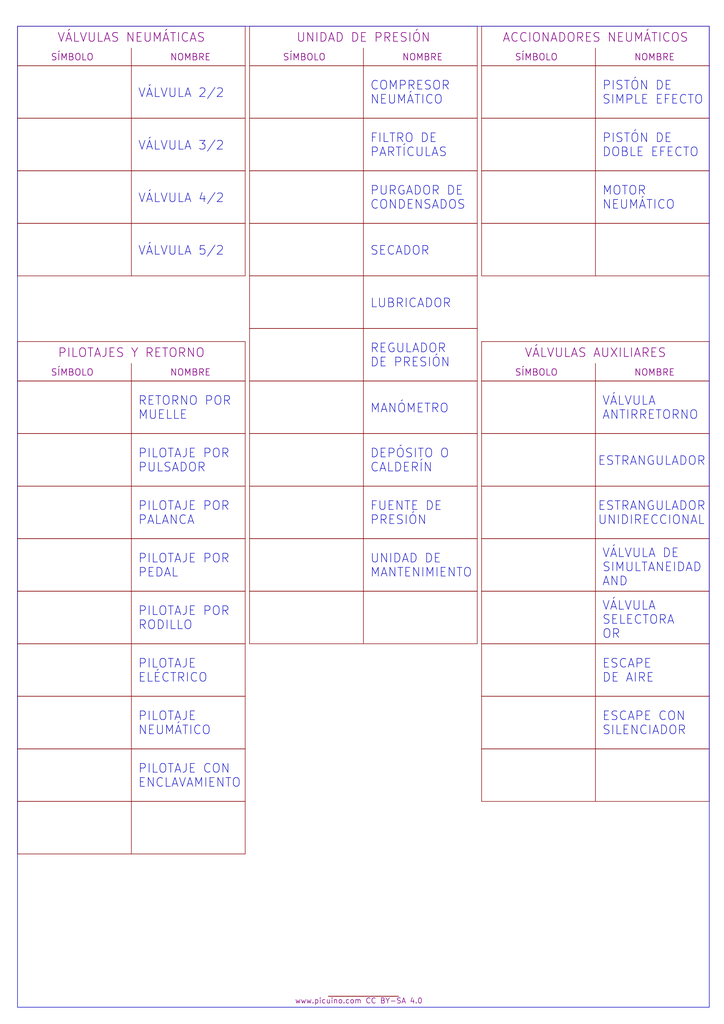
<source format=kicad_sch>
(kicad_sch (version 20230121) (generator eeschema)
  (paper "A4" portrait)
  (title_block (title "Símbolos neumáticos.") (date "20/05/2022") (company "www.picuino.com") (comment 1 "Copyright (c) 2022 by Carlos Pardo") (comment 2 "License CC BY-SA 4.0"))
  (lib_symbols
    (symbol "neumatic-simbolos-nombres-rescue:CopyRight-simbolos-simbolos" (pin_names (offset 1.016))
      (property "License" "CC BY-SA 4.0" (at -1.27 -1.27 0))
      (property "Web" "www.picuino.com" (at 0 -1.27 0))
      (symbol "CopyRight-simbolos-simbolos_0_1"
        (polyline (pts (xy -10.16 0) (xy 10.16 0)) (stroke (width 0.2032)))
      )
    )
    (symbol "neumatic-simbolos-nombres-rescue:Marco_1-simbolos" (pin_names (offset 1.016))
      (symbol "Marco_1-simbolos_0_1"
        (polyline (pts (xy 0 -15.24) (xy 0 0)))
        (polyline (pts (xy 0 -15.24) (xy 66.04 -15.24)))
        (polyline (pts (xy 0 0) (xy 66.04 0)))
        (polyline (pts (xy 33.02 0) (xy 33.02 -15.24)))
        (polyline (pts (xy 66.04 0) (xy 66.04 -15.24)))
      )
    )
    (symbol "neumatic-simbolos-nombres-rescue:Marco_2-simbolos" (pin_names (offset 1.016))
      (property "Field4" "TIPO" (at 33.02 -4.445 0))
      (property "Field5" "SÍMBOLO" (at 11.43 -11.43 0))
      (property "Field7" "NOMBRE" (at 48.26 -11.43 0))
      (symbol "Marco_2-simbolos_0_1"
        (polyline (pts (xy 0 -12.7) (xy 0 -1.27)))
        (polyline (pts (xy 0 -1.27) (xy 66.04 -1.27)))
        (polyline (pts (xy 33.02 -12.7) (xy 0 -12.7)))
        (polyline (pts (xy 33.02 -12.7) (xy 66.04 -12.7)))
        (polyline (pts (xy 33.02 -7.62) (xy 33.02 -12.7)))
        (polyline (pts (xy 66.04 -1.27) (xy 66.04 -12.7)))
      )
    )
  )
  (polyline (pts (xy 205.74 292.1) (xy 205.74 7.62)))
  (polyline (pts (xy 5.08 292.1) (xy 205.74 292.1)))
  (polyline (pts (xy 5.08 7.62) (xy 205.74 7.62)))
  (polyline (pts (xy 5.08 292.1) (xy 5.08 7.62)))
  (text "SECADOR" (at 107.315 74.295 0) (effects (font (size 2.54 2.54)) (justify left bottom)))
  (text "PISTÓN DE \nSIMPLE EFECTO" (at 174.625 30.48 0) (effects (font (size 2.54 2.54)) (justify left bottom)))
  (text "ESCAPE CON\nSILENCIADOR" (at 174.625 213.36 0) (effects (font (size 2.54 2.54)) (justify left bottom)))
  (text "PILOTAJE POR\nPALANCA" (at 40.005 152.4 0) (effects (font (size 2.54 2.54)) (justify left bottom)))
  (text "VÁLVULA 4/2" (at 40.005 59.055 0) (effects (font (size 2.54 2.54)) (justify left bottom)))
  (text "RETORNO POR\nMUELLE" (at 40.005 121.92 0) (effects (font (size 2.54 2.54)) (justify left bottom)))
  (text "PILOTAJE\nNEUMÁTICO" (at 40.005 213.36 0) (effects (font (size 2.54 2.54)) (justify left bottom)))
  (text "PISTÓN DE \nDOBLE EFECTO" (at 174.625 45.72 0) (effects (font (size 2.54 2.54)) (justify left bottom)))
  (text "VÁLVULA\nSELECTORA\nOR" (at 174.625 185.42 0) (effects (font (size 2.54 2.54)) (justify left bottom)))
  (text "ESCAPE\nDE AIRE" (at 174.625 198.12 0) (effects (font (size 2.54 2.54)) (justify left bottom)))
  (text "VÁLVULA 3/2" (at 40.005 43.815 0) (effects (font (size 2.54 2.54)) (justify left bottom)))
  (text "PILOTAJE POR\nPEDAL\n" (at 40.005 167.64 0) (effects (font (size 2.54 2.54)) (justify left bottom)))
  (text "FUENTE DE\nPRESIÓN" (at 107.315 152.4 0) (effects (font (size 2.54 2.54)) (justify left bottom)))
  (text "DEPÓSITO O\nCALDERÍN" (at 107.315 137.16 0) (effects (font (size 2.54 2.54)) (justify left bottom)))
  (text "MANÓMETRO" (at 107.315 120.015 0) (effects (font (size 2.54 2.54)) (justify left bottom)))
  (text "VÁLVULA 2/2" (at 40.005 28.575 0) (effects (font (size 2.54 2.54)) (justify left bottom)))
  (text "LUBRICADOR" (at 107.315 89.535 0) (effects (font (size 2.54 2.54)) (justify left bottom)))
  (text "PILOTAJE CON\nENCLAVAMIENTO" (at 40.005 228.6 0) (effects (font (size 2.54 2.54)) (justify left bottom)))
  (text "ESTRANGULADOR" (at 173.355 135.255 0) (effects (font (size 2.54 2.54)) (justify left bottom)))
  (text "FILTRO DE\nPARTÍCULAS" (at 107.315 45.72 0) (effects (font (size 2.54 2.54)) (justify left bottom)))
  (text "REGULADOR\nDE PRESIÓN" (at 107.315 106.68 0) (effects (font (size 2.54 2.54)) (justify left bottom)))
  (text "UNIDAD DE\nMANTENIMIENTO" (at 107.315 167.64 0) (effects (font (size 2.54 2.54)) (justify left bottom)))
  (text "VÁLVULA DE\nSIMULTANEIDAD\nAND" (at 174.625 170.18 0) (effects (font (size 2.54 2.54)) (justify left bottom)))
  (text "ESTRANGULADOR\nUNIDIRECCIONAL" (at 173.355 152.4 0) (effects (font (size 2.54 2.54)) (justify left bottom)))
  (text "VÁLVULA\nANTIRRETORNO" (at 174.625 121.92 0) (effects (font (size 2.54 2.54)) (justify left bottom)))
  (text "PURGADOR DE\nCONDENSADOS" (at 107.315 60.96 0) (effects (font (size 2.54 2.54)) (justify left bottom)))
  (text "VÁLVULA 5/2" (at 40.005 74.295 0) (effects (font (size 2.54 2.54)) (justify left bottom)))
  (text "COMPRESOR\nNEUMÁTICO\n" (at 107.315 30.48 0) (effects (font (size 2.54 2.54)) (justify left bottom)))
  (text "MOTOR\nNEUMÁTICO" (at 174.625 60.96 0) (effects (font (size 2.54 2.54)) (justify left bottom)))
  (text "PILOTAJE\nELÉCTRICO" (at 40.005 198.12 0) (effects (font (size 2.54 2.54)) (justify left bottom)))
  (text "PILOTAJE POR\nRODILLO" (at 40.005 182.88 0) (effects (font (size 2.54 2.54)) (justify left bottom)))
  (text "PILOTAJE POR\nPULSADOR" (at 40.005 137.16 0) (effects (font (size 2.54 2.54)) (justify left bottom)))
  (symbol (lib_id "neumatic-simbolos-nombres-rescue:Marco_1-simbolos") (at 5.08 232.41 0) (unit 1)
    (property "Reference" "M?" (effects hide))
    (property "Value" "Marco_1" (effects hide))
  )
  (symbol (lib_id "neumatic-simbolos-nombres-rescue:Marco_1-simbolos") (at 5.08 217.17 0) (unit 1)
    (property "Reference" "M?" (effects hide))
    (property "Value" "Marco_1" (effects hide))
  )
  (symbol (lib_id "neumatic-simbolos-nombres-rescue:Marco_1-simbolos") (at 139.7 217.17 0) (unit 1)
    (property "Reference" "M?" (effects hide))
    (property "Value" "Marco_1" (effects hide))
  )
  (symbol (lib_id "neumatic-simbolos-nombres-rescue:Marco_1-simbolos") (at 139.7 186.69 0) (unit 1)
    (property "Reference" "M?" (effects hide))
    (property "Value" "Marco_1" (effects hide))
  )
  (symbol (lib_id "neumatic-simbolos-nombres-rescue:Marco_1-simbolos") (at 139.7 201.93 0) (unit 1)
    (property "Reference" "M?" (effects hide))
    (property "Value" "Marco_1" (effects hide))
  )
  (symbol (lib_id "neumatic-simbolos-nombres-rescue:Marco_1-simbolos") (at 5.08 34.29 0) (unit 1)
    (property "Reference" "M?" (effects hide))
    (property "Value" "Marco_1" (effects hide))
  )
  (symbol (lib_id "neumatic-simbolos-nombres-rescue:Marco_1-simbolos") (at 72.39 110.49 0) (unit 1)
    (property "Reference" "M?" (effects hide))
    (property "Value" "Marco_1" (effects hide))
  )
  (symbol (lib_id "neumatic-simbolos-nombres-rescue:Marco_1-simbolos") (at 139.7 19.05 0) (unit 1)
    (property "Reference" "M?" (effects hide))
    (property "Value" "Marco_1" (effects hide))
  )
  (symbol (lib_id "neumatic-simbolos-nombres-rescue:Marco_1-simbolos") (at 5.08 140.97 0) (unit 1)
    (property "Reference" "M?" (effects hide))
    (property "Value" "Marco_1" (effects hide))
  )
  (symbol (lib_id "neumatic-simbolos-nombres-rescue:Marco_2-simbolos") (at 72.39 6.35 0) (unit 1)
    (property "Reference" "M?" (effects hide))
    (property "Value" "Marco_2" (effects hide))
    (property "Field4" "UNIDAD DE PRESIÓN" (at 105.41 10.795 0) (effects (font (size 2.54 2.54))))
    (property "Field5" "SÍMBOLO" (at 88.265 16.51 0) (effects (font (size 1.905 1.905))))
    (property "Field7" "NOMBRE" (at 122.555 16.51 0) (effects (font (size 1.905 1.905))))
  )
  (symbol (lib_id "neumatic-simbolos-nombres-rescue:Marco_1-simbolos") (at 72.39 34.29 0) (unit 1)
    (property "Reference" "M?" (effects hide))
    (property "Value" "Marco_1" (effects hide))
  )
  (symbol (lib_id "neumatic-simbolos-nombres-rescue:Marco_1-simbolos") (at 139.7 156.21 0) (unit 1)
    (property "Reference" "M?" (effects hide))
    (property "Value" "Marco_1" (effects hide))
  )
  (symbol (lib_id "neumatic-simbolos-nombres-rescue:Marco_1-simbolos") (at 5.08 19.05 0) (unit 1)
    (property "Reference" "M?" (effects hide))
    (property "Value" "Marco_1" (effects hide))
  )
  (symbol (lib_id "neumatic-simbolos-nombres-rescue:Marco_1-simbolos") (at 72.39 19.05 0) (unit 1)
    (property "Reference" "M?" (effects hide))
    (property "Value" "Marco_1" (effects hide))
  )
  (symbol (lib_id "neumatic-simbolos-nombres-rescue:Marco_1-simbolos") (at 5.08 64.77 0) (unit 1)
    (property "Reference" "M?" (effects hide))
    (property "Value" "Marco_1" (effects hide))
  )
  (symbol (lib_id "neumatic-simbolos-nombres-rescue:Marco_1-simbolos") (at 139.7 34.29 0) (unit 1)
    (property "Reference" "M?" (effects hide))
    (property "Value" "Marco_1" (effects hide))
  )
  (symbol (lib_id "neumatic-simbolos-nombres-rescue:Marco_1-simbolos") (at 5.08 186.69 0) (unit 1)
    (property "Reference" "M?" (effects hide))
    (property "Value" "Marco_1" (effects hide))
  )
  (symbol (lib_id "neumatic-simbolos-nombres-rescue:Marco_1-simbolos") (at 72.39 95.25 0) (unit 1)
    (property "Reference" "M?" (effects hide))
    (property "Value" "Marco_1" (effects hide))
  )
  (symbol (lib_id "neumatic-simbolos-nombres-rescue:Marco_1-simbolos") (at 72.39 49.53 0) (unit 1)
    (property "Reference" "M?" (effects hide))
    (property "Value" "Marco_1" (effects hide))
  )
  (symbol (lib_id "neumatic-simbolos-nombres-rescue:Marco_1-simbolos") (at 72.39 80.01 0) (unit 1)
    (property "Reference" "M?" (effects hide))
    (property "Value" "Marco_1" (effects hide))
  )
  (symbol (lib_id "neumatic-simbolos-nombres-rescue:Marco_1-simbolos") (at 139.7 49.53 0) (unit 1)
    (property "Reference" "M?" (effects hide))
    (property "Value" "Marco_1" (effects hide))
  )
  (symbol (lib_id "neumatic-simbolos-nombres-rescue:Marco_1-simbolos") (at 72.39 140.97 0) (unit 1)
    (property "Reference" "M?" (effects hide))
    (property "Value" "Marco_1" (effects hide))
  )
  (symbol (lib_id "neumatic-simbolos-nombres-rescue:Marco_1-simbolos") (at 72.39 171.45 0) (unit 1)
    (property "Reference" "M?" (effects hide))
    (property "Value" "Marco_1" (effects hide))
  )
  (symbol (lib_id "neumatic-simbolos-nombres-rescue:Marco_1-simbolos") (at 72.39 156.21 0) (unit 1)
    (property "Reference" "M?" (effects hide))
    (property "Value" "Marco_1" (effects hide))
  )
  (symbol (lib_id "neumatic-simbolos-nombres-rescue:Marco_1-simbolos") (at 139.7 110.49 0) (unit 1)
    (property "Reference" "M?" (effects hide))
    (property "Value" "Marco_1" (effects hide))
  )
  (symbol (lib_id "neumatic-simbolos-nombres-rescue:Marco_2-simbolos") (at 5.08 97.79 0) (unit 1)
    (property "Reference" "M?" (effects hide))
    (property "Value" "Marco_2" (effects hide))
    (property "Field4" "PILOTAJES Y RETORNO" (at 38.1 102.235 0) (effects (font (size 2.54 2.54))))
    (property "Field5" "SÍMBOLO" (at 20.955 107.95 0) (effects (font (size 1.905 1.905))))
    (property "Field7" "NOMBRE" (at 55.245 107.95 0) (effects (font (size 1.905 1.905))))
  )
  (symbol (lib_id "neumatic-simbolos-nombres-rescue:Marco_2-simbolos") (at 139.7 97.79 0) (unit 1)
    (property "Reference" "M?" (effects hide))
    (property "Value" "Marco_2" (effects hide))
    (property "Field4" "VÁLVULAS AUXILIARES" (at 172.72 102.235 0) (effects (font (size 2.54 2.54))))
    (property "Field5" "SÍMBOLO" (at 155.575 107.95 0) (effects (font (size 1.905 1.905))))
    (property "Field7" "NOMBRE" (at 189.865 107.95 0) (effects (font (size 1.905 1.905))))
  )
  (symbol (lib_id "neumatic-simbolos-nombres-rescue:Marco_2-simbolos") (at 139.7 6.35 0) (unit 1)
    (property "Reference" "M?" (effects hide))
    (property "Value" "Marco_2" (effects hide))
    (property "Field4" "ACCIONADORES NEUMÁTICOS" (at 172.72 10.795 0) (effects (font (size 2.54 2.54))))
    (property "Field5" "SÍMBOLO" (at 155.575 16.51 0) (effects (font (size 1.905 1.905))))
    (property "Field7" "NOMBRE" (at 189.865 16.51 0) (effects (font (size 1.905 1.905))))
  )
  (symbol (lib_id "neumatic-simbolos-nombres-rescue:Marco_1-simbolos") (at 139.7 125.73 0) (unit 1)
    (property "Reference" "M?" (effects hide))
    (property "Value" "Marco_1" (effects hide))
  )
  (symbol (lib_id "neumatic-simbolos-nombres-rescue:Marco_2-simbolos") (at 5.08 6.35 0) (unit 1)
    (property "Reference" "M?" (effects hide))
    (property "Value" "Marco_2" (effects hide))
    (property "Field4" "VÁLVULAS NEUMÁTICAS" (at 38.1 10.795 0) (effects (font (size 2.54 2.54))))
    (property "Field5" "SÍMBOLO" (at 20.955 16.51 0) (effects (font (size 1.905 1.905))))
    (property "Field7" "NOMBRE" (at 55.245 16.51 0) (effects (font (size 1.905 1.905))))
  )
  (symbol (lib_id "neumatic-simbolos-nombres-rescue:Marco_1-simbolos") (at 5.08 110.49 0) (unit 1)
    (property "Reference" "M?" (effects hide))
    (property "Value" "Marco_1" (effects hide))
  )
  (symbol (lib_id "neumatic-simbolos-nombres-rescue:Marco_1-simbolos") (at 5.08 201.93 0) (unit 1)
    (property "Reference" "M?" (effects hide))
    (property "Value" "Marco_1" (effects hide))
  )
  (symbol (lib_id "neumatic-simbolos-nombres-rescue:Marco_1-simbolos") (at 72.39 125.73 0) (unit 1)
    (property "Reference" "M?" (effects hide))
    (property "Value" "Marco_1" (effects hide))
  )
  (symbol (lib_id "neumatic-simbolos-nombres-rescue:Marco_1-simbolos") (at 72.39 64.77 0) (unit 1)
    (property "Reference" "M?" (effects hide))
    (property "Value" "Marco_1" (effects hide))
  )
  (symbol (lib_id "neumatic-simbolos-nombres-rescue:Marco_1-simbolos") (at 5.08 49.53 0) (unit 1)
    (property "Reference" "M?" (effects hide))
    (property "Value" "Marco_1" (effects hide))
  )
  (symbol (lib_id "neumatic-simbolos-nombres-rescue:CopyRight-simbolos-simbolos") (at 105.41 288.925 0) (unit 1)
    (property "Reference" "CP?" (effects hide))
    (property "Value" "CopyRight-simbolos" (effects hide))
    (property "License" "CC BY-SA 4.0" (at 114.3 290.195 0) (effects (font (size 1.524 1.524))))
    (property "Web" "www.picuino.com" (at 95.25 290.195 0) (effects (font (size 1.524 1.524))))
  )
  (symbol (lib_id "neumatic-simbolos-nombres-rescue:Marco_1-simbolos") (at 139.7 140.97 0) (unit 1)
    (property "Reference" "M?" (effects hide))
    (property "Value" "Marco_1" (effects hide))
  )
  (symbol (lib_id "neumatic-simbolos-nombres-rescue:Marco_1-simbolos") (at 5.08 171.45 0) (unit 1)
    (property "Reference" "M?" (effects hide))
    (property "Value" "Marco_1" (effects hide))
  )
  (symbol (lib_id "neumatic-simbolos-nombres-rescue:Marco_1-simbolos") (at 5.08 125.73 0) (unit 1)
    (property "Reference" "M?" (effects hide))
    (property "Value" "Marco_1" (effects hide))
  )
  (symbol (lib_id "neumatic-simbolos-nombres-rescue:Marco_1-simbolos") (at 139.7 64.77 0) (unit 1)
    (property "Reference" "M?" (effects hide))
    (property "Value" "Marco_1" (effects hide))
  )
  (symbol (lib_id "neumatic-simbolos-nombres-rescue:Marco_1-simbolos") (at 139.7 171.45 0) (unit 1)
    (property "Reference" "M?" (effects hide))
    (property "Value" "Marco_1" (effects hide))
  )
  (symbol (lib_id "neumatic-simbolos-nombres-rescue:Marco_1-simbolos") (at 5.08 156.21 0) (unit 1)
    (property "Reference" "M?" (effects hide))
    (property "Value" "Marco_1" (effects hide))
  )
)
</source>
